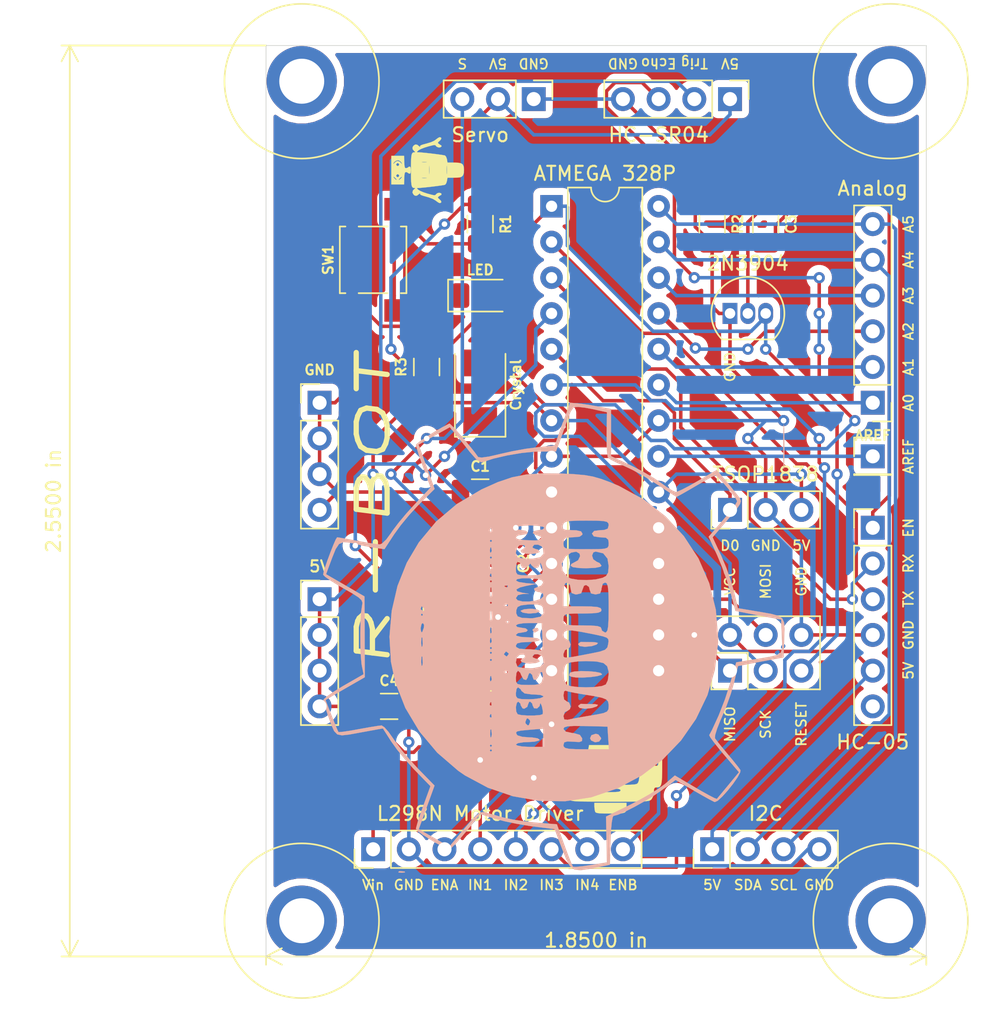
<source format=kicad_pcb>
(kicad_pcb (version 20171130) (host pcbnew "(5.1.2)-1")
  (layers (0 F.Cu signal) (31 B.Cu signal) (34 B.Paste user) (35 F.Paste user) (36 B.SilkS user hide) (37 F.SilkS user) (38 B.Mask user) (39 F.Mask user) (44 Edge.Cuts user))
  (net 0 "")
  (net 1 XTAL1)
  (net 2 GND)
  (net 3 XTAL2)
  (net 4 ENB)
  (net 5 IN4)
  (net 6 IN3)
  (net 7 IN2)
  (net 8 IN1)
  (net 9 ENA)
  (net 10 +5V)
  (net 11 DO)
  (net 12 "Net-(J3-Pad6)")
  (net 13 S)
  (net 14 RESET)
  (net 15 STATE)
  (net 16 "Net-(C3-Pad1)")
  (net 17 RX)
  (net 18 TX)
  (net 19 TRIG)
  (net 20 SCK)
  (net 21 ECHO)
  (net 22 "Net-(J6-Pad4)")
  (net 23 "Net-(J6-Pad3)")
  (net 24 "Net-(J6-Pad2)")
  (net 25 "Net-(J6-Pad1)")
  (net 26 "Net-(D1-Pad2)")
  (net 27 SCL)
  (net 28 SDA)
  (net 29 "Net-(D2-Pad2)")
  (net 30 LED)
  (net 31 "Net-(J11-Pad1)")
  (module Connector_PinHeader_2.54mm:PinHeader_1x06_P2.54mm_Vertical (layer F.Cu) (at 151.13 69.85 180)
    (fp_text reference AREF (at 0 -2.33) (layer F.SilkS) (effects (font (size 0.7 0.7))))
    (fp_text value A0-A)
    (pad 6 thru_hole oval (at 0 12.7 180) (size 1.7 1.7) (drill 1) (layers *.Cu *.Mask) (net 27 SCL))
    (pad 5 thru_hole oval (at 0 10.16 180) (size 1.7 1.7) (drill 1) (layers *.Cu *.Mask) (net 28 SDA))
    (pad 4 thru_hole oval (at 0 7.62 180) (size 1.7 1.7) (drill 1) (layers *.Cu *.Mask) (net 22 "Net-(J6-Pad4)"))
    (pad 3 thru_hole oval (at 0 5.08 180) (size 1.7 1.7) (drill 1) (layers *.Cu *.Mask) (net 23 "Net-(J6-Pad3)"))
    (pad 2 thru_hole oval (at 0 2.54 180) (size 1.7 1.7) (drill 1) (layers *.Cu *.Mask) (net 24 "Net-(J6-Pad2)"))
    (pad 1 thru_hole rect (at 0 0 180) (size 1.7 1.7) (drill 1) (layers *.Cu *.Mask) (net 25 "Net-(J6-Pad1)"))
  )
  (module Package_DIP:DIP-28_W7.62mm (layer F.Cu) (at 128.27 55.88)
    (fp_text reference "ATMEGA 328P" (at 3.81 -2.33) (layer F.SilkS))
    (fp_text value ATmega328-PU)
    (pad 28 thru_hole oval (at 7.62 0) (size 1.6 1.6) (drill 0.8) (layers *.Cu *.Mask) (net 27 SCL))
    (pad 14 thru_hole oval (at 0 33.02) (size 1.6 1.6) (drill 0.8) (layers *.Cu *.Mask) (net 30 LED))
    (pad 27 thru_hole oval (at 7.62 2.54) (size 1.6 1.6) (drill 0.8) (layers *.Cu *.Mask) (net 28 SDA))
    (pad 13 thru_hole oval (at 0 30.48) (size 1.6 1.6) (drill 0.8) (layers *.Cu *.Mask) (net 8 IN1))
    (pad 26 thru_hole oval (at 7.62 5.08) (size 1.6 1.6) (drill 0.8) (layers *.Cu *.Mask) (net 22 "Net-(J6-Pad4)"))
    (pad 12 thru_hole oval (at 0 27.94) (size 1.6 1.6) (drill 0.8) (layers *.Cu *.Mask) (net 7 IN2))
    (pad 25 thru_hole oval (at 7.62 7.62) (size 1.6 1.6) (drill 0.8) (layers *.Cu *.Mask) (net 23 "Net-(J6-Pad3)"))
    (pad 11 thru_hole oval (at 0 25.4) (size 1.6 1.6) (drill 0.8) (layers *.Cu *.Mask) (net 13 S))
    (pad 24 thru_hole oval (at 7.62 10.16) (size 1.6 1.6) (drill 0.8) (layers *.Cu *.Mask) (net 24 "Net-(J6-Pad2)"))
    (pad 10 thru_hole oval (at 0 22.86) (size 1.6 1.6) (drill 0.8) (layers *.Cu *.Mask) (net 3 XTAL2))
    (pad 23 thru_hole oval (at 7.62 12.7) (size 1.6 1.6) (drill 0.8) (layers *.Cu *.Mask) (net 25 "Net-(J6-Pad1)"))
    (pad 9 thru_hole oval (at 0 20.32) (size 1.6 1.6) (drill 0.8) (layers *.Cu *.Mask) (net 1 XTAL1))
    (pad 22 thru_hole oval (at 7.62 15.24) (size 1.6 1.6) (drill 0.8) (layers *.Cu *.Mask) (net 2 GND))
    (pad 8 thru_hole oval (at 0 17.78) (size 1.6 1.6) (drill 0.8) (layers *.Cu *.Mask) (net 2 GND))
    (pad 21 thru_hole oval (at 7.62 17.78) (size 1.6 1.6) (drill 0.8) (layers *.Cu *.Mask) (net 31 "Net-(J11-Pad1)"))
    (pad 7 thru_hole oval (at 0 15.24) (size 1.6 1.6) (drill 0.8) (layers *.Cu *.Mask) (net 10 +5V))
    (pad 20 thru_hole oval (at 7.62 20.32) (size 1.6 1.6) (drill 0.8) (layers *.Cu *.Mask) (net 10 +5V))
    (pad 6 thru_hole oval (at 0 12.7) (size 1.6 1.6) (drill 0.8) (layers *.Cu *.Mask) (net 6 IN3))
    (pad 19 thru_hole oval (at 7.62 22.86) (size 1.6 1.6) (drill 0.8) (layers *.Cu *.Mask) (net 20 SCK))
    (pad 5 thru_hole oval (at 0 10.16) (size 1.6 1.6) (drill 0.8) (layers *.Cu *.Mask) (net 11 DO))
    (pad 18 thru_hole oval (at 7.62 25.4) (size 1.6 1.6) (drill 0.8) (layers *.Cu *.Mask) (net 21 ECHO))
    (pad 4 thru_hole oval (at 0 7.62) (size 1.6 1.6) (drill 0.8) (layers *.Cu *.Mask) (net 5 IN4))
    (pad 17 thru_hole oval (at 7.62 27.94) (size 1.6 1.6) (drill 0.8) (layers *.Cu *.Mask) (net 19 TRIG))
    (pad 3 thru_hole oval (at 0 5.08) (size 1.6 1.6) (drill 0.8) (layers *.Cu *.Mask) (net 18 TX))
    (pad 16 thru_hole oval (at 7.62 30.48) (size 1.6 1.6) (drill 0.8) (layers *.Cu *.Mask) (net 9 ENA))
    (pad 2 thru_hole oval (at 0 2.54) (size 1.6 1.6) (drill 0.8) (layers *.Cu *.Mask) (net 17 RX))
    (pad 15 thru_hole oval (at 7.62 33.02) (size 1.6 1.6) (drill 0.8) (layers *.Cu *.Mask) (net 4 ENB))
    (pad 1 thru_hole rect (at 0 0) (size 1.6 1.6) (drill 0.8) (layers *.Cu *.Mask) (net 14 RESET))
  )
  (module Connector_PinHeader_2.54mm:PinHeader_1x01_P2.54mm_Vertical (layer F.Cu) (at 151.13 73.66)
    (fp_text reference Analog (at 0 -19.05) (layer F.SilkS))
    (fp_text value AREF)
    (pad 1 thru_hole rect (at 0 0) (size 1.7 1.7) (drill 1) (layers *.Cu *.Mask) (net 31 "Net-(J11-Pad1)"))
  )
  (module Connector_PinHeader_2.54mm:PinHeader_1x04_P2.54mm_Vertical (layer F.Cu) (at 140.97 48.26 270)
    (fp_text reference HC-SR04 (at 2.54 5.08) (layer F.SilkS))
    (fp_text value Conn_01x04)
    (pad 4 thru_hole oval (at 0 7.62 270) (size 1.7 1.7) (drill 1) (layers *.Cu *.Mask) (net 2 GND))
    (pad 3 thru_hole oval (at 0 5.08 270) (size 1.7 1.7) (drill 1) (layers *.Cu *.Mask) (net 21 ECHO))
    (pad 2 thru_hole oval (at 0 2.54 270) (size 1.7 1.7) (drill 1) (layers *.Cu *.Mask) (net 19 TRIG))
    (pad 1 thru_hole rect (at 0 0 270) (size 1.7 1.7) (drill 1) (layers *.Cu *.Mask) (net 10 +5V))
  )
  (module Button_Switch_SMD:SW_SPST_TL3305A (layer F.Cu) (at 115.57 59.69 90)
    (fp_text reference SW1 (at 0 -3.2 90) (layer F.SilkS) (effects (font (size 0.7 0.7))))
    (fp_text value SW_Push)
    (pad 2 smd rect (at -3.6 1.5 90) (size 1.6 1.4) (layers F.Cu F.Paste F.Mask) (net 14 RESET))
    (pad 2 smd rect (at 3.6 1.5 90) (size 1.6 1.4) (layers F.Cu F.Paste F.Mask) (net 14 RESET))
    (pad 1 smd rect (at -3.6 -1.5 90) (size 1.6 1.4) (layers F.Cu F.Paste F.Mask) (net 2 GND))
    (pad 1 smd rect (at 3.6 -1.5 90) (size 1.6 1.4) (layers F.Cu F.Paste F.Mask) (net 2 GND))
  )
  (module LED_SMD:LED_1206_3216Metric (layer F.Cu) (at 119.38 86.36)
    (fp_text reference LED (at 0 -1.82) (layer F.SilkS) (effects (font (size 0.7 0.7))))
    (fp_text value LED)
    (pad 2 smd roundrect (at 1.4 0) (size 1.25 1.75) (layers F.Cu F.Paste F.Mask) (roundrect_rratio 0.2) (net 29 "Net-(D2-Pad2)"))
    (pad 1 smd roundrect (at -1.4 0) (size 1.25 1.75) (layers F.Cu F.Paste F.Mask) (roundrect_rratio 0.2) (net 2 GND))
  )
  (module LED_SMD:LED_1206_3216Metric (layer F.Cu) (at 123.19 62.23)
    (fp_text reference LED (at 0 -1.82) (layer F.SilkS) (effects (font (size 0.7 0.7))))
    (fp_text value LED)
    (pad 2 smd roundrect (at 1.4 0) (size 1.25 1.75) (layers F.Cu F.Paste F.Mask) (roundrect_rratio 0.2) (net 26 "Net-(D1-Pad2)"))
    (pad 1 smd roundrect (at -1.4 0) (size 1.25 1.75) (layers F.Cu F.Paste F.Mask) (roundrect_rratio 0.2) (net 2 GND))
  )
  (module Crystal:Crystal_SMD_Abracon_ABM3-2Pin_5.0x3.2mm (layer F.Cu) (at 123.19 69.07 90)
    (fp_text reference Crystal (at 0.49 2.54 90) (layer F.SilkS) (effects (font (size 0.7 0.7))))
    (fp_text value Crystal)
    (pad 2 smd rect (at 2.05 0 90) (size 1.9 2.4) (layers F.Cu F.Paste F.Mask) (net 3 XTAL2))
    (pad 1 smd rect (at -2.05 0 90) (size 1.9 2.4) (layers F.Cu F.Paste F.Mask) (net 1 XTAL1))
  )
  (module Resistor_SMD:R_1206_3216Metric (layer F.Cu) (at 124.33 88.9 180)
    (fp_text reference R4 (at 0 -1.82) (layer F.SilkS) (effects (font (size 0.7 0.7))))
    (fp_text value 220)
    (pad 2 smd roundrect (at 1.4 0 180) (size 1.25 1.75) (layers F.Cu F.Paste F.Mask) (roundrect_rratio 0.2) (net 29 "Net-(D2-Pad2)"))
    (pad 1 smd roundrect (at -1.4 0 180) (size 1.25 1.75) (layers F.Cu F.Paste F.Mask) (roundrect_rratio 0.2) (net 30 LED))
  )
  (module Resistor_SMD:R_1206_3216Metric (layer F.Cu) (at 119.38 67.31 90)
    (fp_text reference R3 (at 0 -1.82 90) (layer F.SilkS) (effects (font (size 0.7 0.7))))
    (fp_text value 220)
    (pad 2 smd roundrect (at 1.4 0 90) (size 1.25 1.75) (layers F.Cu F.Paste F.Mask) (roundrect_rratio 0.2) (net 26 "Net-(D1-Pad2)"))
    (pad 1 smd roundrect (at -1.4 0 90) (size 1.25 1.75) (layers F.Cu F.Paste F.Mask) (roundrect_rratio 0.2) (net 10 +5V))
  )
  (module Resistor_SMD:R_1206_3216Metric (layer F.Cu) (at 139.7 57.15 270)
    (fp_text reference R2 (at 0 -1.82 90) (layer F.SilkS) (effects (font (size 0.7 0.7))))
    (fp_text value 10k)
    (pad 2 smd roundrect (at 1.4 0 270) (size 1.25 1.75) (layers F.Cu F.Paste F.Mask) (roundrect_rratio 0.2) (net 2 GND))
    (pad 1 smd roundrect (at -1.4 0 270) (size 1.25 1.75) (layers F.Cu F.Paste F.Mask) (roundrect_rratio 0.2) (net 16 "Net-(C3-Pad1)"))
  )
  (module Resistor_SMD:R_1206_3216Metric (layer F.Cu) (at 123.19 57.15 270)
    (fp_text reference R1 (at 0 -1.82 90) (layer F.SilkS) (effects (font (size 0.7 0.7))))
    (fp_text value 10k)
    (pad 2 smd roundrect (at 1.4 0 270) (size 1.25 1.75) (layers F.Cu F.Paste F.Mask) (roundrect_rratio 0.2) (net 14 RESET))
    (pad 1 smd roundrect (at -1.4 0 270) (size 1.25 1.75) (layers F.Cu F.Paste F.Mask) (roundrect_rratio 0.2) (net 10 +5V))
  )
  (module Capacitor_SMD:C_1206_3216Metric (layer F.Cu) (at 116.71 91.44)
    (fp_text reference C4 (at 0 -1.82) (layer F.SilkS) (effects (font (size 0.7 0.7))))
    (fp_text value 10uF)
    (pad 2 smd roundrect (at 1.4 0) (size 1.25 1.75) (layers F.Cu F.Paste F.Mask) (roundrect_rratio 0.2) (net 2 GND))
    (pad 1 smd roundrect (at -1.4 0) (size 1.25 1.75) (layers F.Cu F.Paste F.Mask) (roundrect_rratio 0.2) (net 10 +5V))
  )
  (module Capacitor_SMD:C_1206_3216Metric (layer F.Cu) (at 143.51 57.15 270)
    (fp_text reference C3 (at 0 -1.82 90) (layer F.SilkS) (effects (font (size 0.7 0.7))))
    (fp_text value 10nF)
    (pad 2 smd roundrect (at 1.4 0 270) (size 1.25 1.75) (layers F.Cu F.Paste F.Mask) (roundrect_rratio 0.2) (net 15 STATE))
    (pad 1 smd roundrect (at -1.4 0 270) (size 1.25 1.75) (layers F.Cu F.Paste F.Mask) (roundrect_rratio 0.2) (net 16 "Net-(C3-Pad1)"))
  )
  (module Capacitor_SMD:C_1206_3216Metric (layer F.Cu) (at 124.46 81.28 270)
    (fp_text reference C2 (at 0 -1.82 90) (layer F.SilkS) (effects (font (size 0.7 0.7))))
    (fp_text value 22pF)
    (pad 2 smd roundrect (at 1.4 0 270) (size 1.25 1.75) (layers F.Cu F.Paste F.Mask) (roundrect_rratio 0.2) (net 3 XTAL2))
    (pad 1 smd roundrect (at -1.4 0 270) (size 1.25 1.75) (layers F.Cu F.Paste F.Mask) (roundrect_rratio 0.2) (net 2 GND))
  )
  (module Capacitor_SMD:C_1206_3216Metric (layer F.Cu) (at 123.19 76.2)
    (fp_text reference C1 (at 0 -1.82) (layer F.SilkS) (effects (font (size 0.7 0.7))))
    (fp_text value 22pF)
    (pad 2 smd roundrect (at 1.4 0) (size 1.25 1.75) (layers F.Cu F.Paste F.Mask) (roundrect_rratio 0.2) (net 1 XTAL1))
    (pad 1 smd roundrect (at -1.4 0) (size 1.25 1.75) (layers F.Cu F.Paste F.Mask) (roundrect_rratio 0.2) (net 2 GND))
  )
  (module Battery:Raoatech_logo (layer B.Cu) (at 128.27 86.36 90)
    (fp_text reference G*** hide)
    (fp_text value LOGO hide)
  )
  (module Battery:roboticon2 (layer F.Cu) (at 119.38 53.34 90)
    (fp_text reference G*** hide)
    (fp_text value LOGO hide)
  )
  (module Battery:Roboticon1 (layer F.Cu) (at 132.08 93.98)
    (fp_text reference G*** hide)
    (fp_text value LOGO hide)
  )
  (module Connector:Banana_Jack_1Pin (layer F.Cu) (at 110.49 46.99)
    (fp_text reference REF** hide)
    (fp_text value Banana_Jack_1Pin)
    (pad 1 thru_hole circle (at 0 0) (size 5 5) (drill 3.2) (layers *.Cu *.Mask))
  )
  (module Connector:Banana_Jack_1Pin (layer F.Cu) (at 152.4 46.99)
    (fp_text reference REF** hide)
    (fp_text value Banana_Jack_1Pin)
    (pad 1 thru_hole circle (at 0 0) (size 5 5) (drill 3.2) (layers *.Cu *.Mask))
  )
  (module Connector:Banana_Jack_1Pin (layer F.Cu) (at 152.4 106.68)
    (fp_text reference REF** hide)
    (fp_text value Banana_Jack_1Pin hide)
    (pad 1 thru_hole circle (at 0 0) (size 5 5) (drill 3.2) (layers *.Cu *.Mask))
  )
  (module Connector:Banana_Jack_1Pin (layer F.Cu) (at 110.49 106.68)
    (fp_text reference REF** hide)
    (fp_text value Banana_Jack_1Pin)
    (pad 1 thru_hole circle (at 0 0) (size 5 5) (drill 3.2) (layers *.Cu *.Mask))
  )
  (module Connector_PinHeader_2.54mm:PinHeader_1x04_P2.54mm_Vertical (layer F.Cu) (at 111.76 83.82)
    (fp_text reference 5V (at 0 -2.33) (layer F.SilkS) (effects (font (size 0.8 0.8))))
    (fp_text value "+5V RAIL")
    (pad 4 thru_hole oval (at 0 7.62) (size 1.7 1.7) (drill 1) (layers *.Cu *.Mask) (net 10 +5V))
    (pad 3 thru_hole oval (at 0 5.08) (size 1.7 1.7) (drill 1) (layers *.Cu *.Mask) (net 10 +5V))
    (pad 2 thru_hole oval (at 0 2.54) (size 1.7 1.7) (drill 1) (layers *.Cu *.Mask) (net 10 +5V))
    (pad 1 thru_hole rect (at 0 0) (size 1.7 1.7) (drill 1) (layers *.Cu *.Mask) (net 10 +5V))
  )
  (module Connector_PinHeader_2.54mm:PinHeader_1x04_P2.54mm_Vertical (layer F.Cu) (at 111.76 69.85)
    (fp_text reference GND (at 0 -2.33) (layer F.SilkS) (effects (font (size 0.7 0.7))))
    (fp_text value GND)
    (pad 4 thru_hole oval (at 0 7.62) (size 1.7 1.7) (drill 1) (layers *.Cu *.Mask) (net 2 GND))
    (pad 3 thru_hole oval (at 0 5.08) (size 1.7 1.7) (drill 1) (layers *.Cu *.Mask) (net 2 GND))
    (pad 2 thru_hole oval (at 0 2.54) (size 1.7 1.7) (drill 1) (layers *.Cu *.Mask) (net 2 GND))
    (pad 1 thru_hole rect (at 0 0) (size 1.7 1.7) (drill 1) (layers *.Cu *.Mask) (net 2 GND))
  )
  (module Connector_PinHeader_2.54mm:PinHeader_1x04_P2.54mm_Vertical (layer F.Cu) (at 139.7 101.6 90)
    (fp_text reference I2C (at 2.54 3.81 180) (layer F.SilkS))
    (fp_text value SPI)
    (pad 4 thru_hole oval (at 0 7.62 90) (size 1.7 1.7) (drill 1) (layers *.Cu *.Mask) (net 2 GND))
    (pad 3 thru_hole oval (at 0 5.08 90) (size 1.7 1.7) (drill 1) (layers *.Cu *.Mask) (net 27 SCL))
    (pad 2 thru_hole oval (at 0 2.54 90) (size 1.7 1.7) (drill 1) (layers *.Cu *.Mask) (net 28 SDA))
    (pad 1 thru_hole rect (at 0 0 90) (size 1.7 1.7) (drill 1) (layers *.Cu *.Mask) (net 10 +5V))
  )
  (module Connector_PinHeader_2.54mm:PinHeader_2x03_P2.54mm_Vertical (layer F.Cu) (at 140.97 88.9 90)
    (fp_text reference ICSP (at 1.27 -2.33 90) (layer F.SilkS))
    (fp_text value AVR-ISP-6)
    (pad 6 thru_hole oval (at 2.54 5.08 90) (size 1.7 1.7) (drill 1) (layers *.Cu *.Mask) (net 2 GND))
    (pad 5 thru_hole oval (at 0 5.08 90) (size 1.7 1.7) (drill 1) (layers *.Cu *.Mask) (net 14 RESET))
    (pad 4 thru_hole oval (at 2.54 2.54 90) (size 1.7 1.7) (drill 1) (layers *.Cu *.Mask) (net 19 TRIG))
    (pad 3 thru_hole oval (at 0 2.54 90) (size 1.7 1.7) (drill 1) (layers *.Cu *.Mask) (net 20 SCK))
    (pad 2 thru_hole oval (at 2.54 0 90) (size 1.7 1.7) (drill 1) (layers *.Cu *.Mask) (net 10 +5V))
    (pad 1 thru_hole rect (at 0 0 90) (size 1.7 1.7) (drill 1) (layers *.Cu *.Mask) (net 21 ECHO))
  )
  (module Package_TO_SOT_THT:TO-92_Inline (layer F.Cu) (at 140.97 63.5)
    (fp_text reference 2N3904 (at 1.27 -3.56) (layer F.SilkS))
    (fp_text value 2N3904)
    (pad 1 thru_hole rect (at 0 0) (size 1.05 1.5) (drill 0.75) (layers *.Cu *.Mask) (net 2 GND))
    (pad 3 thru_hole oval (at 2.54 0) (size 1.05 1.5) (drill 0.75) (layers *.Cu *.Mask) (net 14 RESET))
    (pad 2 thru_hole oval (at 1.27 0) (size 1.05 1.5) (drill 0.75) (layers *.Cu *.Mask) (net 16 "Net-(C3-Pad1)"))
  )
  (module Connector_PinHeader_2.54mm:PinHeader_1x03_P2.54mm_Vertical (layer F.Cu) (at 127 48.26 270)
    (fp_text reference Servo (at 2.54 3.81 180) (layer F.SilkS))
    (fp_text value Conn_01x03)
    (pad 3 thru_hole oval (at 0 5.08 270) (size 1.7 1.7) (drill 1) (layers *.Cu *.Mask) (net 13 S))
    (pad 2 thru_hole oval (at 0 2.54 270) (size 1.7 1.7) (drill 1) (layers *.Cu *.Mask) (net 10 +5V))
    (pad 1 thru_hole rect (at 0 0 270) (size 1.7 1.7) (drill 1) (layers *.Cu *.Mask) (net 2 GND))
  )
  (module Connector_PinHeader_2.54mm:PinHeader_1x06_P2.54mm_Vertical (layer F.Cu) (at 151.13 78.74)
    (fp_text reference HC-05 (at 0 15.24) (layer F.SilkS))
    (fp_text value HC-05)
    (pad 6 thru_hole oval (at 0 12.7) (size 1.7 1.7) (drill 1) (layers *.Cu *.Mask) (net 12 "Net-(J3-Pad6)"))
    (pad 5 thru_hole oval (at 0 10.16) (size 1.7 1.7) (drill 1) (layers *.Cu *.Mask) (net 10 +5V))
    (pad 4 thru_hole oval (at 0 7.62) (size 1.7 1.7) (drill 1) (layers *.Cu *.Mask) (net 2 GND))
    (pad 3 thru_hole oval (at 0 5.08) (size 1.7 1.7) (drill 1) (layers *.Cu *.Mask) (net 17 RX))
    (pad 2 thru_hole oval (at 0 2.54) (size 1.7 1.7) (drill 1) (layers *.Cu *.Mask) (net 18 TX))
    (pad 1 thru_hole rect (at 0 0) (size 1.7 1.7) (drill 1) (layers *.Cu *.Mask) (net 15 STATE))
  )
  (module Connector_PinHeader_2.54mm:PinHeader_1x03_P2.54mm_Vertical (layer F.Cu) (at 140.97 77.47 90)
    (fp_text reference TSOP1838 (at 2.54 2.54 180) (layer F.SilkS))
    (fp_text value TSOP)
    (pad 3 thru_hole oval (at 0 5.08 90) (size 1.7 1.7) (drill 1) (layers *.Cu *.Mask) (net 10 +5V))
    (pad 2 thru_hole oval (at 0 2.54 90) (size 1.7 1.7) (drill 1) (layers *.Cu *.Mask) (net 2 GND))
    (pad 1 thru_hole rect (at 0 0 90) (size 1.7 1.7) (drill 1) (layers *.Cu *.Mask) (net 11 DO))
  )
  (module Connector_PinHeader_2.54mm:PinHeader_1x08_P2.54mm_Vertical (layer F.Cu) (at 115.57 101.6 90)
    (fp_text reference "L298N Motor Driver" (at 2.54 7.62 180) (layer F.SilkS))
    (fp_text value L298)
    (pad 1 thru_hole rect (at 0 0 90) (size 1.7 1.7) (drill 1) (layers *.Cu *.Mask) (net 10 +5V))
    (pad 2 thru_hole oval (at 0 2.54 90) (size 1.7 1.7) (drill 1) (layers *.Cu *.Mask) (net 2 GND))
    (pad 3 thru_hole oval (at 0 5.08 90) (size 1.7 1.7) (drill 1) (layers *.Cu *.Mask) (net 9 ENA))
    (pad 4 thru_hole oval (at 0 7.62 90) (size 1.7 1.7) (drill 1) (layers *.Cu *.Mask) (net 8 IN1))
    (pad 5 thru_hole oval (at 0 10.16 90) (size 1.7 1.7) (drill 1) (layers *.Cu *.Mask) (net 7 IN2))
    (pad 6 thru_hole oval (at 0 12.7 90) (size 1.7 1.7) (drill 1) (layers *.Cu *.Mask) (net 6 IN3))
    (pad 7 thru_hole oval (at 0 15.24 90) (size 1.7 1.7) (drill 1) (layers *.Cu *.Mask) (net 5 IN4))
    (pad 8 thru_hole oval (at 0 17.78 90) (size 1.7 1.7) (drill 1) (layers *.Cu *.Mask) (net 4 ENB))
  )
  (dimension 46.99 (width 0.12) (layer F.SilkS) (gr_text "46.990 mm" (at 131.445 110.49) (layer F.SilkS) (effects (font (size 1 1) (thickness 0.15)))) (feature1 (pts (xy 154.94 109.22) (xy 154.94 109.806421))) (feature2 (pts (xy 107.95 109.22) (xy 107.95 109.806421))) (crossbar (pts (xy 107.95 109.22) (xy 154.94 109.22))) (arrow1a (pts (xy 154.94 109.22) (xy 153.813496 109.806421))) (arrow1b (pts (xy 154.94 109.22) (xy 153.813496 108.633579))) (arrow2a (pts (xy 107.95 109.22) (xy 109.076504 109.806421))) (arrow2b (pts (xy 107.95 109.22) (xy 109.076504 108.633579))))
  (dimension 64.77 (width 0.12) (layer F.SilkS) (gr_text "64.770 mm" (at 92.71 76.835 90) (layer F.SilkS) (effects (font (size 1 1) (thickness 0.15)))) (feature1 (pts (xy 107.95 44.45) (xy 93.393579 44.45))) (feature2 (pts (xy 107.95 109.22) (xy 93.393579 109.22))) (crossbar (pts (xy 93.98 109.22) (xy 93.98 44.45))) (arrow1a (pts (xy 93.98 44.45) (xy 94.566421 45.576504))) (arrow1b (pts (xy 93.98 44.45) (xy 93.393579 45.576504))) (arrow2a (pts (xy 93.98 109.22) (xy 94.566421 108.093496))) (arrow2b (pts (xy 93.98 109.22) (xy 93.393579 108.093496))))
  (gr_text GND (at 140.97 67.31 90) (layer F.SilkS) (effects (font (size 0.7 0.7) (thickness 0.12))))
  (gr_text S (at 121.92 45.72 180) (layer F.SilkS) (effects (font (size 0.7 0.7) (thickness 0.12))))
  (gr_text 5V (at 124.46 45.72 180) (layer F.SilkS) (effects (font (size 0.7 0.7) (thickness 0.12))))
  (gr_text GND (at 127 45.72 180) (layer F.SilkS) (effects (font (size 0.7 0.7) (thickness 0.12))))
  (gr_text GND (at 133.35 45.72 180) (layer F.SilkS) (effects (font (size 0.7 0.7) (thickness 0.12))))
  (gr_text Echo (at 135.89 45.72 180) (layer F.SilkS) (effects (font (size 0.7 0.7) (thickness 0.12))))
  (gr_text Trig (at 138.43 45.72 180) (layer F.SilkS) (effects (font (size 0.7 0.7) (thickness 0.12))))
  (gr_text 5V (at 140.97 45.72 180) (layer F.SilkS) (effects (font (size 0.7 0.7) (thickness 0.12))))
  (gr_text "A5\n" (at 153.67 57.15 90) (layer F.SilkS) (effects (font (size 0.7 0.7) (thickness 0.12))))
  (gr_text A4 (at 153.67 59.69 90) (layer F.SilkS) (effects (font (size 0.7 0.7) (thickness 0.12))))
  (gr_text A3 (at 153.67 62.23 90) (layer F.SilkS) (effects (font (size 0.7 0.7) (thickness 0.12))))
  (gr_text A2 (at 153.67 64.77 90) (layer F.SilkS) (effects (font (size 0.7 0.7) (thickness 0.12))))
  (gr_text A1 (at 153.67 67.31 90) (layer F.SilkS) (effects (font (size 0.7 0.7) (thickness 0.12))))
  (gr_text A0 (at 153.67 69.85 90) (layer F.SilkS) (effects (font (size 0.7 0.7) (thickness 0.12))))
  (gr_text AREF (at 153.67 73.66 90) (layer F.SilkS) (effects (font (size 0.7 0.7) (thickness 0.12))))
  (gr_text GND (at 143.51 80.01) (layer F.SilkS) (effects (font (size 0.7 0.7) (thickness 0.12))))
  (gr_text D0 (at 140.97 80.01) (layer F.SilkS) (effects (font (size 0.7 0.7) (thickness 0.12))))
  (gr_text 5V (at 146.05 80.01) (layer F.SilkS) (effects (font (size 0.7 0.7) (thickness 0.12))))
  (gr_text GND (at 146.05 82.55 90) (layer F.SilkS) (effects (font (size 0.7 0.7) (thickness 0.12))))
  (gr_text MOSI (at 143.51 82.55 90) (layer F.SilkS) (effects (font (size 0.7 0.7) (thickness 0.12))))
  (gr_text "VCC\n" (at 140.97 82.55 90) (layer F.SilkS) (effects (font (size 0.7 0.7) (thickness 0.12))))
  (gr_text RESET (at 146.05 92.71 90) (layer F.SilkS) (effects (font (size 0.7 0.7) (thickness 0.12))))
  (gr_text SCK (at 143.51 92.71 90) (layer F.SilkS) (effects (font (size 0.7 0.7) (thickness 0.12))))
  (gr_text MISO (at 140.97 92.71 90) (layer F.SilkS) (effects (font (size 0.7 0.7) (thickness 0.12))))
  (gr_text "EN\n" (at 153.67 78.74 90) (layer F.SilkS) (effects (font (size 0.7 0.7) (thickness 0.12))))
  (gr_text RX (at 153.67 81.28 90) (layer F.SilkS) (effects (font (size 0.7 0.7) (thickness 0.12))))
  (gr_text TX (at 153.67 83.82 90) (layer F.SilkS) (effects (font (size 0.7 0.7) (thickness 0.12))))
  (gr_text GND (at 153.67 86.36 90) (layer F.SilkS) (effects (font (size 0.7 0.7) (thickness 0.12))))
  (gr_text 5V (at 153.67 88.9 90) (layer F.SilkS) (effects (font (size 0.7 0.7) (thickness 0.12))))
  (gr_text GND (at 147.32 104.14) (layer F.SilkS) (effects (font (size 0.7 0.7) (thickness 0.12))))
  (gr_text SCL (at 144.78 104.14) (layer F.SilkS) (effects (font (size 0.7 0.7) (thickness 0.12))))
  (gr_text SDA (at 142.24 104.14) (layer F.SilkS) (effects (font (size 0.7 0.7) (thickness 0.12))))
  (gr_text 5V (at 139.7 104.14) (layer F.SilkS) (effects (font (size 0.7 0.7) (thickness 0.12))))
  (gr_text ENB (at 133.35 104.14) (layer F.SilkS) (effects (font (size 0.7 0.7) (thickness 0.12))))
  (gr_text IN4 (at 130.81 104.14) (layer F.SilkS) (effects (font (size 0.7 0.7) (thickness 0.12))))
  (gr_text IN3 (at 128.27 104.14) (layer F.SilkS) (effects (font (size 0.7 0.7) (thickness 0.12))))
  (gr_text IN2 (at 125.73 104.14) (layer F.SilkS) (effects (font (size 0.7 0.7) (thickness 0.12))))
  (gr_text IN1 (at 123.19 104.14) (layer F.SilkS) (effects (font (size 0.7 0.7) (thickness 0.12))))
  (gr_text ENA (at 120.65 104.14) (layer F.SilkS) (effects (font (size 0.7 0.7) (thickness 0.12))))
  (gr_text "GND\n" (at 118.11 104.14) (layer F.SilkS) (effects (font (size 0.7 0.7) (thickness 0.12))))
  (gr_text Vin (at 115.57 104.14) (layer F.SilkS) (effects (font (size 0.7 0.7) (thickness 0.12))))
  (gr_text R-BOT (at 115.57 77.47 90) (layer F.SilkS) (effects (font (size 2.2 4.5) (thickness 0.375) italic)))
  (gr_line (start 107.95 109.22) (end 107.95 44.45) (layer Edge.Cuts) (width 0.05))
  (gr_line (start 154.94 109.22) (end 107.95 109.22) (layer Edge.Cuts) (width 0.05))
  (gr_line (start 154.94 44.45) (end 154.94 109.22) (layer Edge.Cuts) (width 0.05))
  (gr_line (start 107.95 44.45) (end 154.94 44.45) (layer Edge.Cuts) (width 0.05))
  (segment (start 124.59 76.2) (end 128.27 76.2) (width 0.25) (layer F.Cu) (net 1))
  (segment (start 123.19 74.8) (end 124.59 76.2) (width 0.25) (layer F.Cu) (net 1))
  (segment (start 123.19 71.12) (end 123.19 74.8) (width 0.25) (layer F.Cu) (net 1))
  (segment (start 117.98 91.31) (end 118.11 91.44) (width 0.25) (layer F.Cu) (net 2))
  (segment (start 117.98 86.36) (end 117.98 91.31) (width 0.25) (layer F.Cu) (net 2))
  (via (at 118.11 93.98) (size 0.8) (drill 0.4) (layers F.Cu B.Cu) (net 2))
  (segment (start 118.11 91.44) (end 118.11 93.98) (width 0.25) (layer F.Cu) (net 2))
  (segment (start 118.11 93.98) (end 118.11 101.6) (width 0.25) (layer B.Cu) (net 2))
  (segment (start 117.98 86.36) (end 124.46 79.88) (width 0.25) (layer F.Cu) (net 2))
  (segment (start 124.46 78.87) (end 121.79 76.2) (width 0.25) (layer F.Cu) (net 2))
  (segment (start 124.46 79.88) (end 124.46 78.87) (width 0.25) (layer F.Cu) (net 2))
  (segment (start 114.07 68.64) (end 112.86 69.85) (width 0.25) (layer F.Cu) (net 2))
  (segment (start 112.86 69.85) (end 111.76 69.85) (width 0.25) (layer F.Cu) (net 2))
  (segment (start 114.07 63.29) (end 114.07 68.64) (width 0.25) (layer F.Cu) (net 2))
  (segment (start 114.07 62.24) (end 114.07 56.09) (width 0.25) (layer F.Cu) (net 2))
  (segment (start 114.07 63.29) (end 114.07 62.24) (width 0.25) (layer F.Cu) (net 2))
  (segment (start 115.02 63.29) (end 114.07 63.29) (width 0.25) (layer F.Cu) (net 2))
  (segment (start 116.145001 64.415001) (end 115.02 63.29) (width 0.25) (layer F.Cu) (net 2))
  (segment (start 121.065 62.23) (end 118.879999 64.415001) (width 0.25) (layer F.Cu) (net 2))
  (segment (start 118.879999 64.415001) (end 116.145001 64.415001) (width 0.25) (layer F.Cu) (net 2))
  (segment (start 121.79 62.23) (end 121.065 62.23) (width 0.25) (layer F.Cu) (net 2))
  (segment (start 113.03 76.2) (end 111.76 77.47) (width 0.25) (layer F.Cu) (net 2))
  (segment (start 121.79 76.2) (end 113.03 76.2) (width 0.25) (layer F.Cu) (net 2))
  (segment (start 134.199999 49.109999) (end 133.35 48.26) (width 0.25) (layer F.Cu) (net 2))
  (segment (start 138.49999 53.40999) (end 134.199999 49.109999) (width 0.25) (layer F.Cu) (net 2))
  (segment (start 138.49999 57.34999) (end 138.49999 53.40999) (width 0.25) (layer F.Cu) (net 2))
  (segment (start 139.7 58.55) (end 138.49999 57.34999) (width 0.25) (layer F.Cu) (net 2))
  (segment (start 140.195 63.5) (end 140.97 63.5) (width 0.25) (layer F.Cu) (net 2))
  (segment (start 139.7 63.005) (end 140.195 63.5) (width 0.25) (layer F.Cu) (net 2))
  (segment (start 139.7 58.55) (end 139.7 63.005) (width 0.25) (layer F.Cu) (net 2))
  (segment (start 113.03 76.2) (end 111.76 74.93) (width 0.25) (layer F.Cu) (net 2))
  (segment (start 111.76 74.93) (end 111.76 72.39) (width 0.25) (layer F.Cu) (net 2))
  (segment (start 111.76 72.39) (end 111.76 69.85) (width 0.25) (layer F.Cu) (net 2))
  (segment (start 127 48.26) (end 133.35 48.26) (width 0.25) (layer B.Cu) (net 2))
  (segment (start 143.51 76.2) (end 143.51 77.47) (width 0.25) (layer F.Cu) (net 2))
  (segment (start 146.05 80.01) (end 143.51 77.47) (width 0.25) (layer B.Cu) (net 2))
  (segment (start 146.05 86.36) (end 146.05 80.01) (width 0.25) (layer B.Cu) (net 2))
  (segment (start 146.05 86.36) (end 151.13 86.36) (width 0.25) (layer F.Cu) (net 2))
  (via (at 125.73 78.74) (size 0.8) (drill 0.4) (layers F.Cu B.Cu) (net 2))
  (segment (start 124.46 79.88) (end 124.59 79.88) (width 0.25) (layer F.Cu) (net 2))
  (segment (start 124.59 79.88) (end 125.73 78.74) (width 0.25) (layer F.Cu) (net 2))
  (segment (start 127.470001 74.459999) (end 128.27 73.66) (width 0.25) (layer B.Cu) (net 2))
  (segment (start 125.73 76.2) (end 127.470001 74.459999) (width 0.25) (layer B.Cu) (net 2))
  (segment (start 125.73 78.74) (end 125.73 76.2) (width 0.25) (layer B.Cu) (net 2))
  (segment (start 119.285001 102.775001) (end 118.959999 102.449999) (width 0.25) (layer B.Cu) (net 2))
  (segment (start 145.344001 102.775001) (end 119.285001 102.775001) (width 0.25) (layer B.Cu) (net 2))
  (segment (start 118.959999 102.449999) (end 118.11 101.6) (width 0.25) (layer B.Cu) (net 2))
  (segment (start 146.519002 101.6) (end 145.344001 102.775001) (width 0.25) (layer B.Cu) (net 2))
  (segment (start 147.32 101.6) (end 146.519002 101.6) (width 0.25) (layer B.Cu) (net 2))
  (segment (start 133.35 73.66) (end 135.89 71.12) (width 0.25) (layer F.Cu) (net 2))
  (segment (start 128.27 73.66) (end 133.35 73.66) (width 0.25) (layer F.Cu) (net 2))
  (via (at 144.78 71.12) (size 0.8) (drill 0.4) (layers F.Cu B.Cu) (net 2))
  (segment (start 135.89 71.12) (end 144.78 71.12) (width 0.25) (layer B.Cu) (net 2))
  (segment (start 140.97 67.31) (end 140.97 63.5) (width 0.25) (layer F.Cu) (net 2))
  (segment (start 144.78 71.12) (end 140.97 67.31) (width 0.25) (layer F.Cu) (net 2))
  (segment (start 143.51 77.47) (end 143.51 73.66) (width 0.25) (layer F.Cu) (net 2))
  (via (at 142.24 72.39) (size 0.8) (drill 0.4) (layers F.Cu B.Cu) (net 2))
  (segment (start 143.51 73.66) (end 142.24 72.39) (width 0.25) (layer F.Cu) (net 2))
  (segment (start 142.24 72.39) (end 143.51 71.12) (width 0.25) (layer B.Cu) (net 2))
  (segment (start 143.51 71.12) (end 144.78 71.12) (width 0.25) (layer B.Cu) (net 2))
  (segment (start 128.27 78.87) (end 128.27 78.74) (width 0.25) (layer F.Cu) (net 3))
  (segment (start 124.46 82.68) (end 128.27 78.87) (width 0.25) (layer F.Cu) (net 3))
  (segment (start 129.395001 77.614999) (end 129.069999 77.940001) (width 0.25) (layer F.Cu) (net 3))
  (segment (start 128.810001 75.074999) (end 129.395001 75.659999) (width 0.25) (layer F.Cu) (net 3))
  (segment (start 127.144999 73.119999) (end 127.144999 74.489999) (width 0.25) (layer F.Cu) (net 3))
  (segment (start 127.729999 72.534999) (end 127.144999 73.119999) (width 0.25) (layer F.Cu) (net 3))
  (segment (start 127.729999 75.074999) (end 128.810001 75.074999) (width 0.25) (layer F.Cu) (net 3))
  (segment (start 127.144999 74.489999) (end 127.729999 75.074999) (width 0.25) (layer F.Cu) (net 3))
  (segment (start 128.520003 72.534999) (end 127.729999 72.534999) (width 0.25) (layer F.Cu) (net 3))
  (segment (start 129.069999 77.940001) (end 128.27 78.74) (width 0.25) (layer F.Cu) (net 3))
  (segment (start 129.395001 71.660001) (end 128.520003 72.534999) (width 0.25) (layer F.Cu) (net 3))
  (segment (start 129.395001 70.579999) (end 129.395001 71.660001) (width 0.25) (layer F.Cu) (net 3))
  (segment (start 128.810001 69.994999) (end 129.395001 70.579999) (width 0.25) (layer F.Cu) (net 3))
  (segment (start 127.781409 69.994999) (end 128.810001 69.994999) (width 0.25) (layer F.Cu) (net 3))
  (segment (start 129.395001 75.659999) (end 129.395001 77.614999) (width 0.25) (layer F.Cu) (net 3))
  (segment (start 124.80641 67.02) (end 127.781409 69.994999) (width 0.25) (layer F.Cu) (net 3))
  (segment (start 123.19 67.02) (end 124.80641 67.02) (width 0.25) (layer F.Cu) (net 3))
  (segment (start 135.89 99.06) (end 133.35 101.6) (width 0.25) (layer B.Cu) (net 4))
  (segment (start 135.89 88.9) (end 135.89 99.06) (width 0.25) (layer B.Cu) (net 4))
  (segment (start 127.144999 67.165001) (end 120.65 73.66) (width 0.25) (layer B.Cu) (net 5))
  (via (at 120.65 73.66) (size 0.8) (drill 0.4) (layers F.Cu B.Cu) (net 5))
  (segment (start 128.27 63.5) (end 127.144999 64.625001) (width 0.25) (layer B.Cu) (net 5))
  (segment (start 127.144999 64.625001) (end 127.144999 67.165001) (width 0.25) (layer B.Cu) (net 5))
  (via (at 119.304846 75.005154) (size 0.8) (drill 0.4) (layers F.Cu B.Cu) (net 5))
  (segment (start 120.65 73.66) (end 119.304846 75.005154) (width 0.25) (layer F.Cu) (net 5))
  (via (at 114.3 80.01) (size 0.8) (drill 0.4) (layers F.Cu B.Cu) (net 5))
  (segment (start 114.3 75.126998) (end 114.3 80.01) (width 0.25) (layer B.Cu) (net 5))
  (segment (start 115.221999 74.204999) (end 114.3 75.126998) (width 0.25) (layer B.Cu) (net 5))
  (segment (start 119.304846 75.005154) (end 118.504691 74.204999) (width 0.25) (layer B.Cu) (net 5))
  (segment (start 118.504691 74.204999) (end 115.221999 74.204999) (width 0.25) (layer B.Cu) (net 5))
  (segment (start 114.3 80.01) (end 116.84 82.55) (width 0.25) (layer F.Cu) (net 5))
  (via (at 127 96.52) (size 0.8) (drill 0.4) (layers F.Cu B.Cu) (net 5))
  (segment (start 116.84 93.783002) (end 117.761999 94.705001) (width 0.25) (layer F.Cu) (net 5))
  (segment (start 116.84 82.55) (end 116.84 93.783002) (width 0.25) (layer F.Cu) (net 5))
  (segment (start 124.808001 94.328001) (end 127 96.52) (width 0.25) (layer F.Cu) (net 5))
  (segment (start 117.761999 94.705001) (end 118.458001 94.705001) (width 0.25) (layer F.Cu) (net 5))
  (segment (start 118.458001 94.705001) (end 118.835001 94.328001) (width 0.25) (layer F.Cu) (net 5))
  (segment (start 118.835001 94.328001) (end 124.808001 94.328001) (width 0.25) (layer F.Cu) (net 5))
  (segment (start 127 97.79) (end 130.81 101.6) (width 0.25) (layer B.Cu) (net 5))
  (segment (start 127 96.52) (end 127 97.79) (width 0.25) (layer B.Cu) (net 5))
  (segment (start 134.224998 68.58) (end 135.349999 69.705001) (width 0.25) (layer B.Cu) (net 6))
  (segment (start 128.27 68.58) (end 134.224998 68.58) (width 0.25) (layer B.Cu) (net 6))
  (segment (start 136.9736 70.30001) (end 145.23001 70.30001) (width 0.25) (layer B.Cu) (net 6))
  (via (at 147.32 72.39) (size 0.8) (drill 0.4) (layers F.Cu B.Cu) (net 6))
  (segment (start 135.349999 69.705001) (end 136.378591 69.705001) (width 0.25) (layer B.Cu) (net 6))
  (segment (start 136.378591 69.705001) (end 136.9736 70.30001) (width 0.25) (layer B.Cu) (net 6))
  (segment (start 145.23001 70.30001) (end 147.32 72.39) (width 0.25) (layer B.Cu) (net 6))
  (via (at 147.697419 74.479111) (size 0.8) (drill 0.4) (layers F.Cu B.Cu) (net 6))
  (segment (start 147.32 72.39) (end 147.32 74.101692) (width 0.25) (layer F.Cu) (net 6))
  (segment (start 147.32 74.101692) (end 147.697419 74.479111) (width 0.25) (layer F.Cu) (net 6))
  (segment (start 147.697419 86.451583) (end 146.614001 87.535001) (width 0.25) (layer B.Cu) (net 6))
  (segment (start 147.697419 74.479111) (end 147.697419 86.451583) (width 0.25) (layer B.Cu) (net 6))
  (via (at 137.16 97.79) (size 0.8) (drill 0.4) (layers F.Cu B.Cu) (net 6))
  (segment (start 144.874999 88.146001) (end 144.874999 90.075001) (width 0.25) (layer B.Cu) (net 6))
  (segment (start 146.614001 87.535001) (end 145.485999 87.535001) (width 0.25) (layer B.Cu) (net 6))
  (segment (start 145.485999 87.535001) (end 144.874999 88.146001) (width 0.25) (layer B.Cu) (net 6))
  (segment (start 144.874999 90.075001) (end 137.16 97.79) (width 0.25) (layer B.Cu) (net 6))
  (segment (start 137.16 97.79) (end 137.16 102.87) (width 0.25) (layer F.Cu) (net 6))
  (segment (start 129.54 102.87) (end 128.27 101.6) (width 0.25) (layer F.Cu) (net 6))
  (segment (start 137.16 102.87) (end 129.54 102.87) (width 0.25) (layer F.Cu) (net 6))
  (via (at 127 99.06) (size 0.8) (drill 0.4) (layers F.Cu B.Cu) (net 7))
  (segment (start 125.73 101.6) (end 125.73 100.33) (width 0.25) (layer B.Cu) (net 7))
  (segment (start 125.73 100.33) (end 127 99.06) (width 0.25) (layer B.Cu) (net 7))
  (via (at 128.27 92.71) (size 0.8) (drill 0.4) (layers F.Cu B.Cu) (net 7))
  (segment (start 127 99.06) (end 128.27 97.79) (width 0.25) (layer F.Cu) (net 7))
  (segment (start 128.27 97.79) (end 128.27 92.71) (width 0.25) (layer F.Cu) (net 7))
  (segment (start 129.54 85.09) (end 129.069999 84.619999) (width 0.25) (layer B.Cu) (net 7))
  (segment (start 129.54 91.44) (end 129.54 85.09) (width 0.25) (layer B.Cu) (net 7))
  (segment (start 129.069999 84.619999) (end 128.27 83.82) (width 0.25) (layer B.Cu) (net 7))
  (segment (start 128.27 92.71) (end 129.54 91.44) (width 0.25) (layer B.Cu) (net 7))
  (segment (start 128.27 86.36) (end 123.19 91.44) (width 0.25) (layer B.Cu) (net 8))
  (via (at 123.19 95.25) (size 0.8) (drill 0.4) (layers F.Cu B.Cu) (net 8))
  (segment (start 123.19 92.314998) (end 123.19 95.25) (width 0.25) (layer B.Cu) (net 8))
  (segment (start 123.19 91.44) (end 123.19 92.314998) (width 0.25) (layer B.Cu) (net 8))
  (segment (start 123.19 95.25) (end 123.19 101.6) (width 0.25) (layer F.Cu) (net 8))
  (segment (start 120.65 101.6) (end 135.89 86.36) (width 0.25) (layer B.Cu) (net 9))
  (segment (start 115.57 91.7) (end 115.31 91.44) (width 0.25) (layer F.Cu) (net 10))
  (segment (start 115.57 101.6) (end 115.57 91.7) (width 0.25) (layer F.Cu) (net 10))
  (segment (start 111.76 91.44) (end 115.31 91.44) (width 0.25) (layer F.Cu) (net 10))
  (segment (start 111.76 91.44) (end 111.76 88.9) (width 0.25) (layer F.Cu) (net 10))
  (segment (start 111.76 88.9) (end 111.76 86.36) (width 0.25) (layer F.Cu) (net 10))
  (segment (start 111.76 86.36) (end 111.76 83.82) (width 0.25) (layer F.Cu) (net 10))
  (segment (start 127.470001 70.320001) (end 128.27 71.12) (width 0.25) (layer F.Cu) (net 10))
  (segment (start 126.994999 69.844999) (end 127.470001 70.320001) (width 0.25) (layer F.Cu) (net 10))
  (segment (start 120.514999 69.844999) (end 126.994999 69.844999) (width 0.25) (layer F.Cu) (net 10))
  (segment (start 119.38 68.71) (end 120.514999 69.844999) (width 0.25) (layer F.Cu) (net 10))
  (via (at 115.57 74.93) (size 0.8) (drill 0.4) (layers F.Cu B.Cu) (net 10))
  (segment (start 119.38 68.71) (end 115.57 72.52) (width 0.25) (layer F.Cu) (net 10))
  (segment (start 115.57 72.52) (end 115.57 74.93) (width 0.25) (layer F.Cu) (net 10))
  (segment (start 112.86 83.82) (end 111.76 83.82) (width 0.25) (layer B.Cu) (net 10))
  (segment (start 115.57 81.11) (end 112.86 83.82) (width 0.25) (layer B.Cu) (net 10))
  (segment (start 115.57 74.93) (end 115.57 81.11) (width 0.25) (layer B.Cu) (net 10))
  (via (at 116.84 66.04) (size 0.8) (drill 0.4) (layers F.Cu B.Cu) (net 10))
  (segment (start 119.38 68.71) (end 116.84 66.17) (width 0.25) (layer F.Cu) (net 10))
  (segment (start 116.84 66.17) (end 116.84 66.04) (width 0.25) (layer F.Cu) (net 10))
  (via (at 120.65 57.15) (size 0.8) (drill 0.4) (layers F.Cu B.Cu) (net 10))
  (segment (start 116.84 66.04) (end 116.84 60.96) (width 0.25) (layer B.Cu) (net 10))
  (segment (start 116.84 60.96) (end 120.65 57.15) (width 0.25) (layer B.Cu) (net 10))
  (segment (start 122.05 55.75) (end 123.19 55.75) (width 0.25) (layer F.Cu) (net 10))
  (segment (start 120.65 57.15) (end 122.05 55.75) (width 0.25) (layer F.Cu) (net 10))
  (segment (start 123.19 49.53) (end 124.46 48.26) (width 0.25) (layer F.Cu) (net 10))
  (segment (start 123.19 55.75) (end 123.19 49.53) (width 0.25) (layer F.Cu) (net 10))
  (segment (start 140.97 49.36) (end 140.97 48.26) (width 0.25) (layer B.Cu) (net 10))
  (segment (start 139.53 50.8) (end 140.97 49.36) (width 0.25) (layer B.Cu) (net 10))
  (segment (start 127 50.8) (end 139.53 50.8) (width 0.25) (layer B.Cu) (net 10))
  (segment (start 124.46 48.26) (end 127 50.8) (width 0.25) (layer B.Cu) (net 10))
  (via (at 146.05 74.93) (size 0.8) (drill 0.4) (layers F.Cu B.Cu) (net 10))
  (segment (start 146.05 77.47) (end 146.05 74.93) (width 0.25) (layer F.Cu) (net 10))
  (segment (start 137.16 74.93) (end 135.89 76.2) (width 0.25) (layer B.Cu) (net 10))
  (segment (start 146.05 74.93) (end 137.16 74.93) (width 0.25) (layer B.Cu) (net 10))
  (segment (start 140.97 81.28) (end 140.97 86.36) (width 0.25) (layer B.Cu) (net 10))
  (segment (start 135.89 76.2) (end 140.97 81.28) (width 0.25) (layer B.Cu) (net 10))
  (segment (start 141.819999 87.209999) (end 140.97 86.36) (width 0.25) (layer F.Cu) (net 10))
  (segment (start 142.145001 87.535001) (end 141.819999 87.209999) (width 0.25) (layer F.Cu) (net 10))
  (segment (start 149.765001 87.535001) (end 142.145001 87.535001) (width 0.25) (layer F.Cu) (net 10))
  (segment (start 151.13 88.9) (end 149.765001 87.535001) (width 0.25) (layer F.Cu) (net 10))
  (segment (start 139.7 100.33) (end 151.13 88.9) (width 0.25) (layer B.Cu) (net 10))
  (segment (start 139.7 101.6) (end 139.7 100.33) (width 0.25) (layer B.Cu) (net 10))
  (segment (start 135.090001 75.400001) (end 135.89 76.2) (width 0.25) (layer B.Cu) (net 10))
  (segment (start 130.81 71.12) (end 135.090001 75.400001) (width 0.25) (layer B.Cu) (net 10))
  (segment (start 128.27 71.12) (end 130.81 71.12) (width 0.25) (layer B.Cu) (net 10))
  (segment (start 129.069999 66.839999) (end 128.27 66.04) (width 0.25) (layer F.Cu) (net 11))
  (segment (start 131.935001 69.705001) (end 129.069999 66.839999) (width 0.25) (layer F.Cu) (net 11))
  (segment (start 136.140003 69.705001) (end 131.935001 69.705001) (width 0.25) (layer F.Cu) (net 11))
  (segment (start 137.015001 72.415001) (end 137.015001 70.579999) (width 0.25) (layer F.Cu) (net 11))
  (segment (start 137.015001 70.579999) (end 136.140003 69.705001) (width 0.25) (layer F.Cu) (net 11))
  (segment (start 140.97 76.37) (end 137.015001 72.415001) (width 0.25) (layer F.Cu) (net 11))
  (segment (start 140.97 77.47) (end 140.97 76.37) (width 0.25) (layer F.Cu) (net 11))
  (segment (start 121.92 48.26) (end 121.92 71.12) (width 0.25) (layer B.Cu) (net 13))
  (via (at 119.38 72.39) (size 0.8) (drill 0.4) (layers F.Cu B.Cu) (net 13))
  (segment (start 121.92 71.12) (end 120.65 72.39) (width 0.25) (layer B.Cu) (net 13))
  (segment (start 120.65 72.39) (end 119.38 72.39) (width 0.25) (layer B.Cu) (net 13))
  (via (at 116.84 74.93) (size 0.8) (drill 0.4) (layers F.Cu B.Cu) (net 13))
  (segment (start 119.38 72.39) (end 116.84 74.93) (width 0.25) (layer F.Cu) (net 13))
  (via (at 124.46 85.09) (size 0.8) (drill 0.4) (layers F.Cu B.Cu) (net 13))
  (segment (start 116.84 74.93) (end 124.46 82.55) (width 0.25) (layer B.Cu) (net 13))
  (segment (start 124.46 82.55) (end 124.46 85.09) (width 0.25) (layer B.Cu) (net 13))
  (segment (start 124.46 85.09) (end 128.27 81.28) (width 0.25) (layer F.Cu) (net 13))
  (segment (start 125.6 58.55) (end 128.27 55.88) (width 0.25) (layer F.Cu) (net 14))
  (segment (start 123.19 58.55) (end 125.6 58.55) (width 0.25) (layer F.Cu) (net 14))
  (segment (start 117.07 56.19) (end 117.07 56.09) (width 0.25) (layer F.Cu) (net 14))
  (segment (start 119.43 58.55) (end 117.07 56.19) (width 0.25) (layer F.Cu) (net 14))
  (segment (start 123.19 58.55) (end 119.43 58.55) (width 0.25) (layer F.Cu) (net 14))
  (segment (start 117.07 62.24) (end 117.07 56.09) (width 0.25) (layer F.Cu) (net 14))
  (segment (start 117.07 63.29) (end 117.07 62.24) (width 0.25) (layer F.Cu) (net 14))
  (segment (start 143.51 63.725) (end 142.465 64.77) (width 0.25) (layer B.Cu) (net 14))
  (segment (start 143.51 63.5) (end 143.51 63.725) (width 0.25) (layer B.Cu) (net 14))
  (segment (start 129.32 55.88) (end 128.27 55.88) (width 0.25) (layer B.Cu) (net 14))
  (segment (start 129.395001 55.955001) (end 129.32 55.88) (width 0.25) (layer B.Cu) (net 14))
  (segment (start 129.395001 58.670003) (end 129.395001 55.955001) (width 0.25) (layer B.Cu) (net 14))
  (segment (start 135.494998 64.77) (end 129.395001 58.670003) (width 0.25) (layer B.Cu) (net 14))
  (segment (start 142.465 64.77) (end 135.494998 64.77) (width 0.25) (layer B.Cu) (net 14))
  (segment (start 146.05 88.9) (end 148.59 86.36) (width 0.25) (layer B.Cu) (net 14))
  (via (at 148.59 74.93) (size 0.8) (drill 0.4) (layers F.Cu B.Cu) (net 14))
  (segment (start 148.59 86.36) (end 148.59 74.93) (width 0.25) (layer B.Cu) (net 14))
  (via (at 143.51 66.04) (size 0.8) (drill 0.4) (layers F.Cu B.Cu) (net 14))
  (segment (start 148.59 74.93) (end 148.59 71.12) (width 0.25) (layer F.Cu) (net 14))
  (segment (start 148.59 71.12) (end 143.51 66.04) (width 0.25) (layer F.Cu) (net 14))
  (segment (start 143.51 66.04) (end 143.51 63.5) (width 0.25) (layer B.Cu) (net 14))
  (segment (start 144.20571 57.255288) (end 144.20571 57.85429) (width 0.25) (layer F.Cu) (net 15))
  (segment (start 150.565999 50.894999) (end 144.20571 57.255288) (width 0.25) (layer F.Cu) (net 15))
  (segment (start 151.694001 50.894999) (end 150.565999 50.894999) (width 0.25) (layer F.Cu) (net 15))
  (segment (start 152.305001 51.505999) (end 151.694001 50.894999) (width 0.25) (layer F.Cu) (net 15))
  (segment (start 152.305001 76.464999) (end 152.305001 51.505999) (width 0.25) (layer F.Cu) (net 15))
  (segment (start 151.13 77.64) (end 152.305001 76.464999) (width 0.25) (layer F.Cu) (net 15))
  (segment (start 144.20571 57.85429) (end 143.51 58.55) (width 0.25) (layer F.Cu) (net 15))
  (segment (start 151.13 78.74) (end 151.13 77.64) (width 0.25) (layer F.Cu) (net 15))
  (segment (start 139.7 55.75) (end 143.51 55.75) (width 0.25) (layer F.Cu) (net 16))
  (segment (start 142.24 57.02) (end 142.24 63.5) (width 0.25) (layer F.Cu) (net 16))
  (segment (start 143.51 55.75) (end 142.24 57.02) (width 0.25) (layer F.Cu) (net 16))
  (segment (start 150.280001 82.970001) (end 151.13 83.82) (width 0.25) (layer F.Cu) (net 17))
  (segment (start 149.954999 82.644999) (end 150.280001 82.970001) (width 0.25) (layer F.Cu) (net 17))
  (segment (start 149.954999 77.761997) (end 149.954999 82.644999) (width 0.25) (layer F.Cu) (net 17))
  (segment (start 146.398001 74.204999) (end 149.954999 77.761997) (width 0.25) (layer F.Cu) (net 17))
  (segment (start 145.720001 74.204999) (end 146.398001 74.204999) (width 0.25) (layer F.Cu) (net 17))
  (segment (start 136.430001 64.914999) (end 145.720001 74.204999) (width 0.25) (layer F.Cu) (net 17))
  (segment (start 134.764999 64.914999) (end 136.430001 64.914999) (width 0.25) (layer F.Cu) (net 17))
  (segment (start 128.27 58.42) (end 134.764999 64.914999) (width 0.25) (layer F.Cu) (net 17))
  (via (at 149.679997 83.82) (size 0.8) (drill 0.4) (layers F.Cu B.Cu) (net 18))
  (segment (start 148.120998 83.82) (end 149.679997 83.82) (width 0.25) (layer F.Cu) (net 18))
  (segment (start 142.334999 78.034001) (end 148.120998 83.82) (width 0.25) (layer F.Cu) (net 18))
  (segment (start 134.764999 67.454999) (end 136.430001 67.454999) (width 0.25) (layer F.Cu) (net 18))
  (segment (start 137.465011 68.490009) (end 137.465011 71.605014) (width 0.25) (layer F.Cu) (net 18))
  (segment (start 137.465011 71.605014) (end 142.334999 76.475002) (width 0.25) (layer F.Cu) (net 18))
  (segment (start 136.430001 67.454999) (end 137.465011 68.490009) (width 0.25) (layer F.Cu) (net 18))
  (segment (start 128.27 60.96) (end 134.764999 67.454999) (width 0.25) (layer F.Cu) (net 18))
  (segment (start 142.334999 76.475002) (end 142.334999 78.034001) (width 0.25) (layer F.Cu) (net 18))
  (segment (start 150.280001 82.129999) (end 151.13 81.28) (width 0.25) (layer B.Cu) (net 18))
  (segment (start 149.679997 82.730003) (end 150.280001 82.129999) (width 0.25) (layer B.Cu) (net 18))
  (segment (start 149.679997 83.82) (end 149.679997 82.730003) (width 0.25) (layer B.Cu) (net 18))
  (segment (start 140.97 83.82) (end 135.89 83.82) (width 0.25) (layer F.Cu) (net 19))
  (segment (start 143.51 86.36) (end 140.97 83.82) (width 0.25) (layer F.Cu) (net 19))
  (segment (start 135.090001 83.020001) (end 135.89 83.82) (width 0.25) (layer B.Cu) (net 19))
  (segment (start 134.764999 82.694999) (end 135.090001 83.020001) (width 0.25) (layer B.Cu) (net 19))
  (segment (start 128.019997 82.694999) (end 134.764999 82.694999) (width 0.25) (layer B.Cu) (net 19))
  (segment (start 116.114999 70.790001) (end 128.019997 82.694999) (width 0.25) (layer B.Cu) (net 19))
  (segment (start 116.114999 52.325999) (end 116.114999 70.790001) (width 0.25) (layer B.Cu) (net 19))
  (segment (start 121.450998 46.99) (end 116.114999 52.325999) (width 0.25) (layer B.Cu) (net 19))
  (segment (start 137.16 46.99) (end 121.450998 46.99) (width 0.25) (layer B.Cu) (net 19))
  (segment (start 138.43 48.26) (end 137.16 46.99) (width 0.25) (layer B.Cu) (net 19))
  (segment (start 136.689999 79.539999) (end 135.89 78.74) (width 0.25) (layer B.Cu) (net 20))
  (segment (start 139.155001 82.005001) (end 136.689999 79.539999) (width 0.25) (layer B.Cu) (net 20))
  (segment (start 139.155001 86.284003) (end 139.155001 82.005001) (width 0.25) (layer B.Cu) (net 20))
  (segment (start 140.405999 87.535001) (end 139.155001 86.284003) (width 0.25) (layer B.Cu) (net 20))
  (segment (start 142.145001 87.535001) (end 140.405999 87.535001) (width 0.25) (layer B.Cu) (net 20))
  (segment (start 143.51 88.9) (end 142.145001 87.535001) (width 0.25) (layer B.Cu) (net 20))
  (via (at 138.43 86.36) (size 0.8) (drill 0.4) (layers F.Cu B.Cu) (net 21))
  (segment (start 140.97 88.9) (end 138.43 86.36) (width 0.25) (layer F.Cu) (net 21))
  (segment (start 138.43 83.82) (end 135.89 81.28) (width 0.25) (layer B.Cu) (net 21))
  (segment (start 138.43 86.36) (end 138.43 83.82) (width 0.25) (layer B.Cu) (net 21))
  (via (at 138.43 60.96) (size 0.8) (drill 0.4) (layers F.Cu B.Cu) (net 21))
  (segment (start 134.714999 47.084999) (end 132.785999 47.084999) (width 0.25) (layer F.Cu) (net 21))
  (segment (start 135.89 48.26) (end 134.714999 47.084999) (width 0.25) (layer F.Cu) (net 21))
  (segment (start 132.785999 47.084999) (end 132.174999 47.695999) (width 0.25) (layer F.Cu) (net 21))
  (segment (start 132.174999 47.695999) (end 132.174999 48.824001) (width 0.25) (layer F.Cu) (net 21))
  (segment (start 137.015001 59.545001) (end 138.43 60.96) (width 0.25) (layer F.Cu) (net 21))
  (segment (start 132.174999 48.824001) (end 137.015001 53.664003) (width 0.25) (layer F.Cu) (net 21))
  (segment (start 137.015001 53.664003) (end 137.015001 59.545001) (width 0.25) (layer F.Cu) (net 21))
  (via (at 147.32 60.96) (size 0.8) (drill 0.4) (layers F.Cu B.Cu) (net 21))
  (segment (start 138.43 60.96) (end 147.32 60.96) (width 0.25) (layer B.Cu) (net 21))
  (via (at 147.32 63.5) (size 0.8) (drill 0.4) (layers F.Cu B.Cu) (net 21))
  (segment (start 147.32 60.96) (end 147.32 63.5) (width 0.25) (layer F.Cu) (net 21))
  (via (at 147.32 66.04) (size 0.8) (drill 0.4) (layers F.Cu B.Cu) (net 21))
  (segment (start 147.32 63.5) (end 147.32 66.04) (width 0.25) (layer B.Cu) (net 21))
  (via (at 149.855735 71.124265) (size 0.8) (drill 0.4) (layers F.Cu B.Cu) (net 21))
  (segment (start 147.32 66.04) (end 147.32 68.58853) (width 0.25) (layer F.Cu) (net 21))
  (segment (start 147.32 68.58853) (end 149.855735 71.124265) (width 0.25) (layer F.Cu) (net 21))
  (via (at 135.89 81.28) (size 0.8) (drill 0.4) (layers F.Cu B.Cu) (net 21))
  (segment (start 147.860001 73.119999) (end 137.015001 73.119999) (width 0.25) (layer B.Cu) (net 21))
  (segment (start 135.349999 77.325001) (end 135.639997 77.325001) (width 0.25) (layer B.Cu) (net 21))
  (segment (start 135.349999 72.534999) (end 132.809999 69.994999) (width 0.25) (layer B.Cu) (net 21))
  (segment (start 132.809999 69.994999) (end 127.729999 69.994999) (width 0.25) (layer B.Cu) (net 21))
  (segment (start 135.639997 77.325001) (end 134.764999 78.199999) (width 0.25) (layer B.Cu) (net 21))
  (segment (start 134.764999 80.154999) (end 135.090001 80.480001) (width 0.25) (layer B.Cu) (net 21))
  (segment (start 127.729999 69.994999) (end 127.144999 70.579999) (width 0.25) (layer B.Cu) (net 21))
  (segment (start 137.015001 73.119999) (end 136.430001 72.534999) (width 0.25) (layer B.Cu) (net 21))
  (segment (start 136.430001 72.534999) (end 135.349999 72.534999) (width 0.25) (layer B.Cu) (net 21))
  (segment (start 127.144999 70.579999) (end 127.144999 71.660001) (width 0.25) (layer B.Cu) (net 21))
  (segment (start 149.855735 71.124265) (end 147.860001 73.119999) (width 0.25) (layer B.Cu) (net 21))
  (segment (start 127.144999 71.660001) (end 127.729999 72.245001) (width 0.25) (layer B.Cu) (net 21))
  (segment (start 127.729999 72.245001) (end 130.269999 72.245001) (width 0.25) (layer B.Cu) (net 21))
  (segment (start 135.090001 80.480001) (end 135.89 81.28) (width 0.25) (layer B.Cu) (net 21))
  (segment (start 130.269999 72.245001) (end 135.349999 77.325001) (width 0.25) (layer B.Cu) (net 21))
  (segment (start 134.764999 78.199999) (end 134.764999 80.154999) (width 0.25) (layer B.Cu) (net 21))
  (segment (start 137.16 62.23) (end 135.89 60.96) (width 0.25) (layer B.Cu) (net 22))
  (segment (start 151.13 62.23) (end 137.16 62.23) (width 0.25) (layer B.Cu) (net 22))
  (segment (start 137.16 64.77) (end 135.89 63.5) (width 0.25) (layer F.Cu) (net 23))
  (segment (start 151.13 64.77) (end 143.51 64.77) (width 0.25) (layer F.Cu) (net 23))
  (via (at 142.24 66.04) (size 0.8) (drill 0.4) (layers F.Cu B.Cu) (net 23))
  (segment (start 143.51 64.77) (end 142.24 66.04) (width 0.25) (layer F.Cu) (net 23))
  (via (at 138.505154 65.964846) (size 0.8) (drill 0.4) (layers F.Cu B.Cu) (net 23))
  (segment (start 142.24 66.04) (end 138.580308 66.04) (width 0.25) (layer B.Cu) (net 23))
  (segment (start 138.580308 66.04) (end 138.505154 65.964846) (width 0.25) (layer B.Cu) (net 23))
  (segment (start 136.040308 63.5) (end 135.89 63.5) (width 0.25) (layer F.Cu) (net 23))
  (segment (start 138.505154 65.964846) (end 136.040308 63.5) (width 0.25) (layer F.Cu) (net 23))
  (segment (start 137.16 67.31) (end 135.89 66.04) (width 0.25) (layer B.Cu) (net 24))
  (segment (start 151.13 67.31) (end 137.16 67.31) (width 0.25) (layer B.Cu) (net 24))
  (segment (start 137.16 69.85) (end 135.89 68.58) (width 0.25) (layer B.Cu) (net 25))
  (segment (start 151.13 69.85) (end 137.16 69.85) (width 0.25) (layer B.Cu) (net 25))
  (segment (start 120.91 65.91) (end 124.59 62.23) (width 0.25) (layer F.Cu) (net 26))
  (segment (start 119.38 65.91) (end 120.91 65.91) (width 0.25) (layer F.Cu) (net 26))
  (segment (start 137.16 57.15) (end 135.89 55.88) (width 0.25) (layer B.Cu) (net 27))
  (segment (start 151.13 57.15) (end 137.16 57.15) (width 0.25) (layer B.Cu) (net 27))
  (segment (start 152.755011 93.624989) (end 152.755011 57.505011) (width 0.25) (layer B.Cu) (net 27))
  (segment (start 144.78 101.6) (end 152.755011 93.624989) (width 0.25) (layer B.Cu) (net 27))
  (segment (start 152.4 57.15) (end 151.13 57.15) (width 0.25) (layer B.Cu) (net 27))
  (segment (start 152.755011 57.505011) (end 152.4 57.15) (width 0.25) (layer B.Cu) (net 27))
  (segment (start 137.16 59.69) (end 135.89 58.42) (width 0.25) (layer B.Cu) (net 28))
  (segment (start 151.13 59.69) (end 137.16 59.69) (width 0.25) (layer B.Cu) (net 28))
  (segment (start 151.979999 60.539999) (end 151.13 59.69) (width 0.25) (layer B.Cu) (net 28))
  (segment (start 152.305001 60.865001) (end 151.979999 60.539999) (width 0.25) (layer B.Cu) (net 28))
  (segment (start 152.305001 92.004001) (end 152.305001 60.865001) (width 0.25) (layer B.Cu) (net 28))
  (segment (start 151.694001 92.615001) (end 152.305001 92.004001) (width 0.25) (layer B.Cu) (net 28))
  (segment (start 151.224999 92.615001) (end 151.694001 92.615001) (width 0.25) (layer B.Cu) (net 28))
  (segment (start 142.24 101.6) (end 151.224999 92.615001) (width 0.25) (layer B.Cu) (net 28))
  (segment (start 122.93 88.51) (end 122.93 88.9) (width 0.25) (layer F.Cu) (net 29))
  (segment (start 120.78 86.36) (end 122.93 88.51) (width 0.25) (layer F.Cu) (net 29))
  (segment (start 125.73 88.9) (end 128.27 88.9) (width 0.25) (layer F.Cu) (net 30))
  (segment (start 151.13 73.66) (end 135.89 73.66) (width 0.25) (layer B.Cu) (net 31))
  (zone (net 0) (net_name "") (layer B.Cu) (connect_pads (clearance 0.508)) (min_thickness 0.254) (fill yes (arc_segments 32) (thermal_gap 0.508) (thermal_bridge_width 0.508))
    (polygon (pts (xy 107.95 44.45) (xy 154.94 44.45) (xy 154.94 109.22) (xy 107.95 109.22)))
  )
  (zone (net 0) (net_name "") (layer F.Cu) (connect_pads (clearance 0.508)) (min_thickness 0.254) (fill yes (arc_segments 32) (thermal_gap 0.508) (thermal_bridge_width 0.508))
    (polygon (pts (xy 107.95 44.45) (xy 154.94 44.45) (xy 154.94 109.22) (xy 107.95 109.22)))
  )
)
</source>
